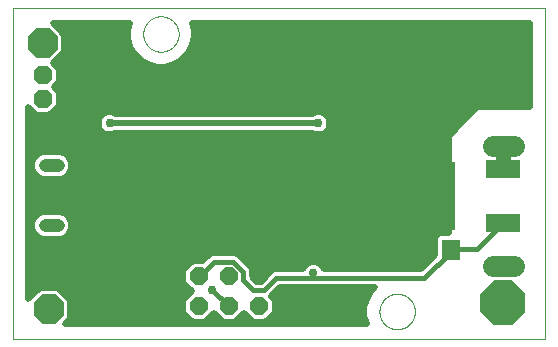
<source format=gbl>
G75*
%MOIN*%
%OFA0B0*%
%FSLAX25Y25*%
%IPPOS*%
%LPD*%
%AMOC8*
5,1,8,0,0,1.08239X$1,22.5*
%
%ADD10C,0.00000*%
%ADD11OC8,0.06000*%
%ADD12C,0.04400*%
%ADD13OC8,0.15000*%
%ADD14OC8,0.10000*%
%ADD15C,0.07000*%
%ADD16R,0.24409X0.22835*%
%ADD17R,0.11811X0.06299*%
%ADD18R,0.06299X0.07087*%
%ADD19OC8,0.06300*%
%ADD20C,0.01969*%
%ADD21C,0.02978*%
%ADD22C,0.02000*%
%ADD23C,0.01575*%
%ADD24C,0.05000*%
D10*
X0001000Y0001000D02*
X0001000Y0111236D01*
X0178165Y0111236D01*
X0178165Y0001000D01*
X0001000Y0001000D01*
X0123047Y0010055D02*
X0123049Y0010208D01*
X0123055Y0010362D01*
X0123065Y0010515D01*
X0123079Y0010667D01*
X0123097Y0010820D01*
X0123119Y0010971D01*
X0123144Y0011122D01*
X0123174Y0011273D01*
X0123208Y0011423D01*
X0123245Y0011571D01*
X0123286Y0011719D01*
X0123331Y0011865D01*
X0123380Y0012011D01*
X0123433Y0012155D01*
X0123489Y0012297D01*
X0123549Y0012438D01*
X0123613Y0012578D01*
X0123680Y0012716D01*
X0123751Y0012852D01*
X0123826Y0012986D01*
X0123903Y0013118D01*
X0123985Y0013248D01*
X0124069Y0013376D01*
X0124157Y0013502D01*
X0124248Y0013625D01*
X0124342Y0013746D01*
X0124440Y0013864D01*
X0124540Y0013980D01*
X0124644Y0014093D01*
X0124750Y0014204D01*
X0124859Y0014312D01*
X0124971Y0014417D01*
X0125085Y0014518D01*
X0125203Y0014617D01*
X0125322Y0014713D01*
X0125444Y0014806D01*
X0125569Y0014895D01*
X0125696Y0014982D01*
X0125825Y0015064D01*
X0125956Y0015144D01*
X0126089Y0015220D01*
X0126224Y0015293D01*
X0126361Y0015362D01*
X0126500Y0015427D01*
X0126640Y0015489D01*
X0126782Y0015547D01*
X0126925Y0015602D01*
X0127070Y0015653D01*
X0127216Y0015700D01*
X0127363Y0015743D01*
X0127511Y0015782D01*
X0127660Y0015818D01*
X0127810Y0015849D01*
X0127961Y0015877D01*
X0128112Y0015901D01*
X0128265Y0015921D01*
X0128417Y0015937D01*
X0128570Y0015949D01*
X0128723Y0015957D01*
X0128876Y0015961D01*
X0129030Y0015961D01*
X0129183Y0015957D01*
X0129336Y0015949D01*
X0129489Y0015937D01*
X0129641Y0015921D01*
X0129794Y0015901D01*
X0129945Y0015877D01*
X0130096Y0015849D01*
X0130246Y0015818D01*
X0130395Y0015782D01*
X0130543Y0015743D01*
X0130690Y0015700D01*
X0130836Y0015653D01*
X0130981Y0015602D01*
X0131124Y0015547D01*
X0131266Y0015489D01*
X0131406Y0015427D01*
X0131545Y0015362D01*
X0131682Y0015293D01*
X0131817Y0015220D01*
X0131950Y0015144D01*
X0132081Y0015064D01*
X0132210Y0014982D01*
X0132337Y0014895D01*
X0132462Y0014806D01*
X0132584Y0014713D01*
X0132703Y0014617D01*
X0132821Y0014518D01*
X0132935Y0014417D01*
X0133047Y0014312D01*
X0133156Y0014204D01*
X0133262Y0014093D01*
X0133366Y0013980D01*
X0133466Y0013864D01*
X0133564Y0013746D01*
X0133658Y0013625D01*
X0133749Y0013502D01*
X0133837Y0013376D01*
X0133921Y0013248D01*
X0134003Y0013118D01*
X0134080Y0012986D01*
X0134155Y0012852D01*
X0134226Y0012716D01*
X0134293Y0012578D01*
X0134357Y0012438D01*
X0134417Y0012297D01*
X0134473Y0012155D01*
X0134526Y0012011D01*
X0134575Y0011865D01*
X0134620Y0011719D01*
X0134661Y0011571D01*
X0134698Y0011423D01*
X0134732Y0011273D01*
X0134762Y0011122D01*
X0134787Y0010971D01*
X0134809Y0010820D01*
X0134827Y0010667D01*
X0134841Y0010515D01*
X0134851Y0010362D01*
X0134857Y0010208D01*
X0134859Y0010055D01*
X0134857Y0009902D01*
X0134851Y0009748D01*
X0134841Y0009595D01*
X0134827Y0009443D01*
X0134809Y0009290D01*
X0134787Y0009139D01*
X0134762Y0008988D01*
X0134732Y0008837D01*
X0134698Y0008687D01*
X0134661Y0008539D01*
X0134620Y0008391D01*
X0134575Y0008245D01*
X0134526Y0008099D01*
X0134473Y0007955D01*
X0134417Y0007813D01*
X0134357Y0007672D01*
X0134293Y0007532D01*
X0134226Y0007394D01*
X0134155Y0007258D01*
X0134080Y0007124D01*
X0134003Y0006992D01*
X0133921Y0006862D01*
X0133837Y0006734D01*
X0133749Y0006608D01*
X0133658Y0006485D01*
X0133564Y0006364D01*
X0133466Y0006246D01*
X0133366Y0006130D01*
X0133262Y0006017D01*
X0133156Y0005906D01*
X0133047Y0005798D01*
X0132935Y0005693D01*
X0132821Y0005592D01*
X0132703Y0005493D01*
X0132584Y0005397D01*
X0132462Y0005304D01*
X0132337Y0005215D01*
X0132210Y0005128D01*
X0132081Y0005046D01*
X0131950Y0004966D01*
X0131817Y0004890D01*
X0131682Y0004817D01*
X0131545Y0004748D01*
X0131406Y0004683D01*
X0131266Y0004621D01*
X0131124Y0004563D01*
X0130981Y0004508D01*
X0130836Y0004457D01*
X0130690Y0004410D01*
X0130543Y0004367D01*
X0130395Y0004328D01*
X0130246Y0004292D01*
X0130096Y0004261D01*
X0129945Y0004233D01*
X0129794Y0004209D01*
X0129641Y0004189D01*
X0129489Y0004173D01*
X0129336Y0004161D01*
X0129183Y0004153D01*
X0129030Y0004149D01*
X0128876Y0004149D01*
X0128723Y0004153D01*
X0128570Y0004161D01*
X0128417Y0004173D01*
X0128265Y0004189D01*
X0128112Y0004209D01*
X0127961Y0004233D01*
X0127810Y0004261D01*
X0127660Y0004292D01*
X0127511Y0004328D01*
X0127363Y0004367D01*
X0127216Y0004410D01*
X0127070Y0004457D01*
X0126925Y0004508D01*
X0126782Y0004563D01*
X0126640Y0004621D01*
X0126500Y0004683D01*
X0126361Y0004748D01*
X0126224Y0004817D01*
X0126089Y0004890D01*
X0125956Y0004966D01*
X0125825Y0005046D01*
X0125696Y0005128D01*
X0125569Y0005215D01*
X0125444Y0005304D01*
X0125322Y0005397D01*
X0125203Y0005493D01*
X0125085Y0005592D01*
X0124971Y0005693D01*
X0124859Y0005798D01*
X0124750Y0005906D01*
X0124644Y0006017D01*
X0124540Y0006130D01*
X0124440Y0006246D01*
X0124342Y0006364D01*
X0124248Y0006485D01*
X0124157Y0006608D01*
X0124069Y0006734D01*
X0123985Y0006862D01*
X0123903Y0006992D01*
X0123826Y0007124D01*
X0123751Y0007258D01*
X0123680Y0007394D01*
X0123613Y0007532D01*
X0123549Y0007672D01*
X0123489Y0007813D01*
X0123433Y0007955D01*
X0123380Y0008099D01*
X0123331Y0008245D01*
X0123286Y0008391D01*
X0123245Y0008539D01*
X0123208Y0008687D01*
X0123174Y0008837D01*
X0123144Y0008988D01*
X0123119Y0009139D01*
X0123097Y0009290D01*
X0123079Y0009443D01*
X0123065Y0009595D01*
X0123055Y0009748D01*
X0123049Y0009902D01*
X0123047Y0010055D01*
X0044307Y0102575D02*
X0044309Y0102728D01*
X0044315Y0102882D01*
X0044325Y0103035D01*
X0044339Y0103187D01*
X0044357Y0103340D01*
X0044379Y0103491D01*
X0044404Y0103642D01*
X0044434Y0103793D01*
X0044468Y0103943D01*
X0044505Y0104091D01*
X0044546Y0104239D01*
X0044591Y0104385D01*
X0044640Y0104531D01*
X0044693Y0104675D01*
X0044749Y0104817D01*
X0044809Y0104958D01*
X0044873Y0105098D01*
X0044940Y0105236D01*
X0045011Y0105372D01*
X0045086Y0105506D01*
X0045163Y0105638D01*
X0045245Y0105768D01*
X0045329Y0105896D01*
X0045417Y0106022D01*
X0045508Y0106145D01*
X0045602Y0106266D01*
X0045700Y0106384D01*
X0045800Y0106500D01*
X0045904Y0106613D01*
X0046010Y0106724D01*
X0046119Y0106832D01*
X0046231Y0106937D01*
X0046345Y0107038D01*
X0046463Y0107137D01*
X0046582Y0107233D01*
X0046704Y0107326D01*
X0046829Y0107415D01*
X0046956Y0107502D01*
X0047085Y0107584D01*
X0047216Y0107664D01*
X0047349Y0107740D01*
X0047484Y0107813D01*
X0047621Y0107882D01*
X0047760Y0107947D01*
X0047900Y0108009D01*
X0048042Y0108067D01*
X0048185Y0108122D01*
X0048330Y0108173D01*
X0048476Y0108220D01*
X0048623Y0108263D01*
X0048771Y0108302D01*
X0048920Y0108338D01*
X0049070Y0108369D01*
X0049221Y0108397D01*
X0049372Y0108421D01*
X0049525Y0108441D01*
X0049677Y0108457D01*
X0049830Y0108469D01*
X0049983Y0108477D01*
X0050136Y0108481D01*
X0050290Y0108481D01*
X0050443Y0108477D01*
X0050596Y0108469D01*
X0050749Y0108457D01*
X0050901Y0108441D01*
X0051054Y0108421D01*
X0051205Y0108397D01*
X0051356Y0108369D01*
X0051506Y0108338D01*
X0051655Y0108302D01*
X0051803Y0108263D01*
X0051950Y0108220D01*
X0052096Y0108173D01*
X0052241Y0108122D01*
X0052384Y0108067D01*
X0052526Y0108009D01*
X0052666Y0107947D01*
X0052805Y0107882D01*
X0052942Y0107813D01*
X0053077Y0107740D01*
X0053210Y0107664D01*
X0053341Y0107584D01*
X0053470Y0107502D01*
X0053597Y0107415D01*
X0053722Y0107326D01*
X0053844Y0107233D01*
X0053963Y0107137D01*
X0054081Y0107038D01*
X0054195Y0106937D01*
X0054307Y0106832D01*
X0054416Y0106724D01*
X0054522Y0106613D01*
X0054626Y0106500D01*
X0054726Y0106384D01*
X0054824Y0106266D01*
X0054918Y0106145D01*
X0055009Y0106022D01*
X0055097Y0105896D01*
X0055181Y0105768D01*
X0055263Y0105638D01*
X0055340Y0105506D01*
X0055415Y0105372D01*
X0055486Y0105236D01*
X0055553Y0105098D01*
X0055617Y0104958D01*
X0055677Y0104817D01*
X0055733Y0104675D01*
X0055786Y0104531D01*
X0055835Y0104385D01*
X0055880Y0104239D01*
X0055921Y0104091D01*
X0055958Y0103943D01*
X0055992Y0103793D01*
X0056022Y0103642D01*
X0056047Y0103491D01*
X0056069Y0103340D01*
X0056087Y0103187D01*
X0056101Y0103035D01*
X0056111Y0102882D01*
X0056117Y0102728D01*
X0056119Y0102575D01*
X0056117Y0102422D01*
X0056111Y0102268D01*
X0056101Y0102115D01*
X0056087Y0101963D01*
X0056069Y0101810D01*
X0056047Y0101659D01*
X0056022Y0101508D01*
X0055992Y0101357D01*
X0055958Y0101207D01*
X0055921Y0101059D01*
X0055880Y0100911D01*
X0055835Y0100765D01*
X0055786Y0100619D01*
X0055733Y0100475D01*
X0055677Y0100333D01*
X0055617Y0100192D01*
X0055553Y0100052D01*
X0055486Y0099914D01*
X0055415Y0099778D01*
X0055340Y0099644D01*
X0055263Y0099512D01*
X0055181Y0099382D01*
X0055097Y0099254D01*
X0055009Y0099128D01*
X0054918Y0099005D01*
X0054824Y0098884D01*
X0054726Y0098766D01*
X0054626Y0098650D01*
X0054522Y0098537D01*
X0054416Y0098426D01*
X0054307Y0098318D01*
X0054195Y0098213D01*
X0054081Y0098112D01*
X0053963Y0098013D01*
X0053844Y0097917D01*
X0053722Y0097824D01*
X0053597Y0097735D01*
X0053470Y0097648D01*
X0053341Y0097566D01*
X0053210Y0097486D01*
X0053077Y0097410D01*
X0052942Y0097337D01*
X0052805Y0097268D01*
X0052666Y0097203D01*
X0052526Y0097141D01*
X0052384Y0097083D01*
X0052241Y0097028D01*
X0052096Y0096977D01*
X0051950Y0096930D01*
X0051803Y0096887D01*
X0051655Y0096848D01*
X0051506Y0096812D01*
X0051356Y0096781D01*
X0051205Y0096753D01*
X0051054Y0096729D01*
X0050901Y0096709D01*
X0050749Y0096693D01*
X0050596Y0096681D01*
X0050443Y0096673D01*
X0050290Y0096669D01*
X0050136Y0096669D01*
X0049983Y0096673D01*
X0049830Y0096681D01*
X0049677Y0096693D01*
X0049525Y0096709D01*
X0049372Y0096729D01*
X0049221Y0096753D01*
X0049070Y0096781D01*
X0048920Y0096812D01*
X0048771Y0096848D01*
X0048623Y0096887D01*
X0048476Y0096930D01*
X0048330Y0096977D01*
X0048185Y0097028D01*
X0048042Y0097083D01*
X0047900Y0097141D01*
X0047760Y0097203D01*
X0047621Y0097268D01*
X0047484Y0097337D01*
X0047349Y0097410D01*
X0047216Y0097486D01*
X0047085Y0097566D01*
X0046956Y0097648D01*
X0046829Y0097735D01*
X0046704Y0097824D01*
X0046582Y0097917D01*
X0046463Y0098013D01*
X0046345Y0098112D01*
X0046231Y0098213D01*
X0046119Y0098318D01*
X0046010Y0098426D01*
X0045904Y0098537D01*
X0045800Y0098650D01*
X0045700Y0098766D01*
X0045602Y0098884D01*
X0045508Y0099005D01*
X0045417Y0099128D01*
X0045329Y0099254D01*
X0045245Y0099382D01*
X0045163Y0099512D01*
X0045086Y0099644D01*
X0045011Y0099778D01*
X0044940Y0099914D01*
X0044873Y0100052D01*
X0044809Y0100192D01*
X0044749Y0100333D01*
X0044693Y0100475D01*
X0044640Y0100619D01*
X0044591Y0100765D01*
X0044546Y0100911D01*
X0044505Y0101059D01*
X0044468Y0101207D01*
X0044434Y0101357D01*
X0044404Y0101508D01*
X0044379Y0101659D01*
X0044357Y0101810D01*
X0044339Y0101963D01*
X0044325Y0102115D01*
X0044315Y0102268D01*
X0044309Y0102422D01*
X0044307Y0102575D01*
D11*
X0062890Y0021748D03*
X0072890Y0021748D03*
X0082890Y0021748D03*
X0082890Y0011748D03*
X0072890Y0011748D03*
X0062890Y0011748D03*
D12*
X0015995Y0038756D02*
X0011595Y0038756D01*
X0011595Y0058756D02*
X0015995Y0058756D01*
D13*
X0164386Y0099425D03*
X0164386Y0012811D03*
D14*
X0012811Y0010843D03*
X0010843Y0099425D03*
D15*
X0160886Y0065094D02*
X0167886Y0065094D01*
X0167886Y0025094D02*
X0160886Y0025094D01*
D16*
X0136118Y0048638D03*
D17*
X0164386Y0057614D03*
X0164386Y0039661D03*
D18*
X0147063Y0030528D03*
X0136039Y0030528D03*
D19*
X0010843Y0080921D03*
X0010843Y0088795D03*
D20*
X0033078Y0072769D02*
X0102672Y0072769D01*
X0136381Y0049389D02*
X0136118Y0048638D01*
X0136381Y0048302D01*
X0136381Y0030904D01*
X0136039Y0030528D01*
X0135294Y0030360D01*
X0091254Y0030360D01*
X0086361Y0025467D01*
X0054283Y0057545D01*
X0086361Y0025467D02*
X0083099Y0022204D01*
X0082890Y0021748D01*
X0136381Y0049389D02*
X0146276Y0049389D01*
X0146276Y0068717D01*
X0155724Y0078165D01*
X0164110Y0086567D01*
X0164110Y0101041D01*
X0164386Y0099425D01*
D21*
X0102672Y0072769D03*
X0054283Y0057545D03*
X0033078Y0072769D03*
X0101041Y0022748D03*
X0067331Y0017311D03*
D22*
X0060563Y0016748D02*
X0057709Y0013894D01*
X0057709Y0009602D01*
X0060744Y0006567D01*
X0065036Y0006567D01*
X0067890Y0009421D01*
X0070744Y0006567D01*
X0075036Y0006567D01*
X0077890Y0009421D01*
X0080744Y0006567D01*
X0085036Y0006567D01*
X0088071Y0009602D01*
X0088071Y0013894D01*
X0086791Y0015174D01*
X0087246Y0015629D01*
X0089765Y0018148D01*
X0121623Y0018148D01*
X0120226Y0016751D01*
X0118790Y0014264D01*
X0118047Y0011491D01*
X0118047Y0008619D01*
X0118749Y0006000D01*
X0018124Y0006000D01*
X0019992Y0007868D01*
X0019992Y0013817D01*
X0015786Y0018024D01*
X0009837Y0018024D01*
X0006000Y0014187D01*
X0006000Y0078224D01*
X0008634Y0075590D01*
X0013051Y0075590D01*
X0016174Y0078713D01*
X0016174Y0083129D01*
X0014445Y0084858D01*
X0016174Y0086587D01*
X0016174Y0091003D01*
X0014375Y0092802D01*
X0018024Y0096451D01*
X0018024Y0102400D01*
X0014187Y0106236D01*
X0039903Y0106236D01*
X0039307Y0104011D01*
X0039307Y0101139D01*
X0040050Y0098365D01*
X0041486Y0095879D01*
X0043516Y0093848D01*
X0046003Y0092412D01*
X0048777Y0091669D01*
X0051648Y0091669D01*
X0054422Y0092412D01*
X0056909Y0093848D01*
X0058939Y0095879D01*
X0060375Y0098365D01*
X0061118Y0101139D01*
X0061118Y0104011D01*
X0060522Y0106236D01*
X0173165Y0106236D01*
X0173165Y0078165D01*
X0155724Y0078165D01*
X0146276Y0068717D01*
X0146276Y0036252D01*
X0143010Y0036252D01*
X0141732Y0034974D01*
X0141732Y0028997D01*
X0136820Y0024085D01*
X0104459Y0024085D01*
X0104152Y0024827D01*
X0103120Y0025859D01*
X0101771Y0026418D01*
X0100311Y0026418D01*
X0098962Y0025859D01*
X0097930Y0024827D01*
X0097622Y0024085D01*
X0087945Y0024085D01*
X0086854Y0023633D01*
X0083500Y0020280D01*
X0082154Y0020280D01*
X0080630Y0021803D01*
X0080630Y0023882D01*
X0080178Y0024973D01*
X0076916Y0028235D01*
X0076916Y0028235D01*
X0076081Y0029070D01*
X0074990Y0029522D01*
X0067285Y0029522D01*
X0066194Y0029070D01*
X0064052Y0026929D01*
X0060744Y0026929D01*
X0057709Y0023894D01*
X0057709Y0019602D01*
X0060563Y0016748D01*
X0060323Y0016988D02*
X0016821Y0016988D01*
X0018820Y0014990D02*
X0058804Y0014990D01*
X0057709Y0012991D02*
X0019992Y0012991D01*
X0019992Y0010993D02*
X0057709Y0010993D01*
X0058317Y0008994D02*
X0019992Y0008994D01*
X0019120Y0006996D02*
X0060315Y0006996D01*
X0065464Y0006996D02*
X0070315Y0006996D01*
X0068317Y0008994D02*
X0067463Y0008994D01*
X0075464Y0006996D02*
X0080315Y0006996D01*
X0078317Y0008994D02*
X0077463Y0008994D01*
X0085464Y0006996D02*
X0118482Y0006996D01*
X0118047Y0008994D02*
X0087463Y0008994D01*
X0088071Y0010993D02*
X0118047Y0010993D01*
X0118449Y0012991D02*
X0088071Y0012991D01*
X0086975Y0014990D02*
X0119209Y0014990D01*
X0120463Y0016988D02*
X0088605Y0016988D01*
X0084206Y0020985D02*
X0081448Y0020985D01*
X0080630Y0022984D02*
X0086204Y0022984D01*
X0080169Y0024982D02*
X0098085Y0024982D01*
X0103997Y0024982D02*
X0137717Y0024982D01*
X0139716Y0026981D02*
X0078171Y0026981D01*
X0076172Y0028979D02*
X0141714Y0028979D01*
X0141732Y0030978D02*
X0006000Y0030978D01*
X0006000Y0032976D02*
X0141732Y0032976D01*
X0141733Y0034975D02*
X0018315Y0034975D01*
X0018477Y0035042D02*
X0019709Y0036274D01*
X0020376Y0037884D01*
X0020376Y0039627D01*
X0019709Y0041238D01*
X0018477Y0042470D01*
X0016867Y0043137D01*
X0010724Y0043137D01*
X0009114Y0042470D01*
X0007881Y0041238D01*
X0007214Y0039627D01*
X0007214Y0037884D01*
X0007881Y0036274D01*
X0009114Y0035042D01*
X0010724Y0034375D01*
X0016867Y0034375D01*
X0018477Y0035042D01*
X0019999Y0036973D02*
X0146276Y0036973D01*
X0146276Y0038972D02*
X0020376Y0038972D01*
X0019820Y0040970D02*
X0146276Y0040970D01*
X0146276Y0042969D02*
X0017273Y0042969D01*
X0010318Y0042969D02*
X0006000Y0042969D01*
X0006000Y0044967D02*
X0146276Y0044967D01*
X0146276Y0046966D02*
X0006000Y0046966D01*
X0006000Y0048964D02*
X0146276Y0048964D01*
X0146276Y0050963D02*
X0006000Y0050963D01*
X0006000Y0052961D02*
X0146276Y0052961D01*
X0146276Y0054960D02*
X0018279Y0054960D01*
X0018477Y0055042D02*
X0019709Y0056274D01*
X0020376Y0057884D01*
X0020376Y0059627D01*
X0019709Y0061238D01*
X0018477Y0062470D01*
X0016867Y0063137D01*
X0010724Y0063137D01*
X0009114Y0062470D01*
X0007881Y0061238D01*
X0007214Y0059627D01*
X0007214Y0057884D01*
X0007881Y0056274D01*
X0009114Y0055042D01*
X0010724Y0054375D01*
X0016867Y0054375D01*
X0018477Y0055042D01*
X0019993Y0056958D02*
X0146276Y0056958D01*
X0146276Y0058957D02*
X0020376Y0058957D01*
X0019826Y0060955D02*
X0146276Y0060955D01*
X0146276Y0062954D02*
X0017309Y0062954D01*
X0010282Y0062954D02*
X0006000Y0062954D01*
X0006000Y0064952D02*
X0146276Y0064952D01*
X0146276Y0066951D02*
X0006000Y0066951D01*
X0006000Y0068949D02*
X0146508Y0068949D01*
X0148507Y0070948D02*
X0105890Y0070948D01*
X0105783Y0070690D02*
X0104751Y0069657D01*
X0103402Y0069098D01*
X0101942Y0069098D01*
X0100724Y0069603D01*
X0035027Y0069603D01*
X0033808Y0069098D01*
X0032348Y0069098D01*
X0030999Y0069657D01*
X0029967Y0070690D01*
X0029408Y0072038D01*
X0029408Y0073499D01*
X0029967Y0074847D01*
X0030999Y0075880D01*
X0032348Y0076439D01*
X0033808Y0076439D01*
X0035027Y0075934D01*
X0100724Y0075934D01*
X0101942Y0076439D01*
X0103402Y0076439D01*
X0104751Y0075880D01*
X0105783Y0074847D01*
X0106342Y0073499D01*
X0106342Y0072038D01*
X0105783Y0070690D01*
X0106342Y0072946D02*
X0150505Y0072946D01*
X0152504Y0074945D02*
X0105686Y0074945D01*
X0061061Y0100926D02*
X0173165Y0100926D01*
X0173165Y0098927D02*
X0060525Y0098927D01*
X0059545Y0096929D02*
X0173165Y0096929D01*
X0173165Y0094930D02*
X0057991Y0094930D01*
X0055321Y0092932D02*
X0173165Y0092932D01*
X0173165Y0090933D02*
X0016174Y0090933D01*
X0014504Y0092932D02*
X0045104Y0092932D01*
X0042435Y0094930D02*
X0016503Y0094930D01*
X0018024Y0096929D02*
X0040880Y0096929D01*
X0039900Y0098927D02*
X0018024Y0098927D01*
X0018024Y0100926D02*
X0039364Y0100926D01*
X0039307Y0102924D02*
X0017499Y0102924D01*
X0015501Y0104923D02*
X0039551Y0104923D01*
X0060874Y0104923D02*
X0173165Y0104923D01*
X0173165Y0102924D02*
X0061118Y0102924D01*
X0030064Y0074945D02*
X0006000Y0074945D01*
X0006000Y0076943D02*
X0007281Y0076943D01*
X0006000Y0072946D02*
X0029408Y0072946D01*
X0029860Y0070948D02*
X0006000Y0070948D01*
X0014404Y0076943D02*
X0154502Y0076943D01*
X0173165Y0078942D02*
X0016174Y0078942D01*
X0016174Y0080940D02*
X0173165Y0080940D01*
X0173165Y0082939D02*
X0016174Y0082939D01*
X0014524Y0084937D02*
X0173165Y0084937D01*
X0173165Y0086936D02*
X0016174Y0086936D01*
X0016174Y0088934D02*
X0173165Y0088934D01*
X0066102Y0028979D02*
X0006000Y0028979D01*
X0006000Y0026981D02*
X0064104Y0026981D01*
X0058797Y0024982D02*
X0006000Y0024982D01*
X0006000Y0022984D02*
X0057709Y0022984D01*
X0057709Y0020985D02*
X0006000Y0020985D01*
X0006000Y0018987D02*
X0058324Y0018987D01*
X0009276Y0034975D02*
X0006000Y0034975D01*
X0006000Y0036973D02*
X0007592Y0036973D01*
X0007214Y0038972D02*
X0006000Y0038972D01*
X0006000Y0040970D02*
X0007770Y0040970D01*
X0009311Y0054960D02*
X0006000Y0054960D01*
X0006000Y0056958D02*
X0007598Y0056958D01*
X0007214Y0058957D02*
X0006000Y0058957D01*
X0006000Y0060955D02*
X0007764Y0060955D01*
X0008801Y0016988D02*
X0006000Y0016988D01*
X0006000Y0014990D02*
X0006802Y0014990D01*
D23*
X0062890Y0021748D02*
X0063526Y0022204D01*
X0067875Y0026554D01*
X0074400Y0026554D01*
X0077662Y0023292D01*
X0077662Y0020573D01*
X0080924Y0017311D01*
X0084730Y0017311D01*
X0088536Y0021117D01*
X0101041Y0021117D01*
X0101041Y0022748D01*
X0101041Y0021117D02*
X0138050Y0021117D01*
X0146899Y0029966D01*
X0146712Y0030360D01*
X0147063Y0030528D01*
X0147256Y0030904D01*
X0155411Y0030904D01*
X0164110Y0039603D01*
X0164386Y0039661D01*
X0072890Y0011748D02*
X0072769Y0011874D01*
X0067331Y0017311D01*
D24*
X0164386Y0057614D02*
X0164386Y0065094D01*
M02*

</source>
